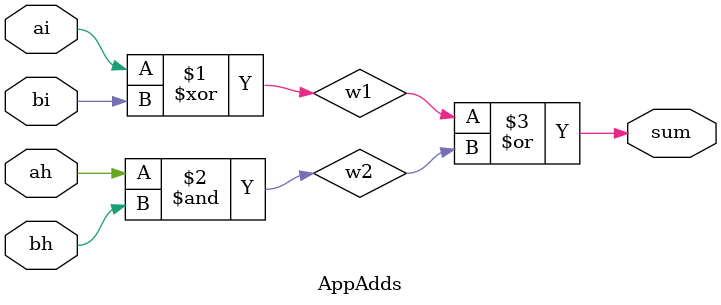
<source format=v>


module AppAdds(sum, ai, bi, ah, bh);

input ai, bi, ah, bh;
output sum;

wire w1, w2;

xor xor_1(w1, ai, bi);
and and_1(w2, ah, bh);

or or_1(sum, w1, w2);

endmodule
</source>
